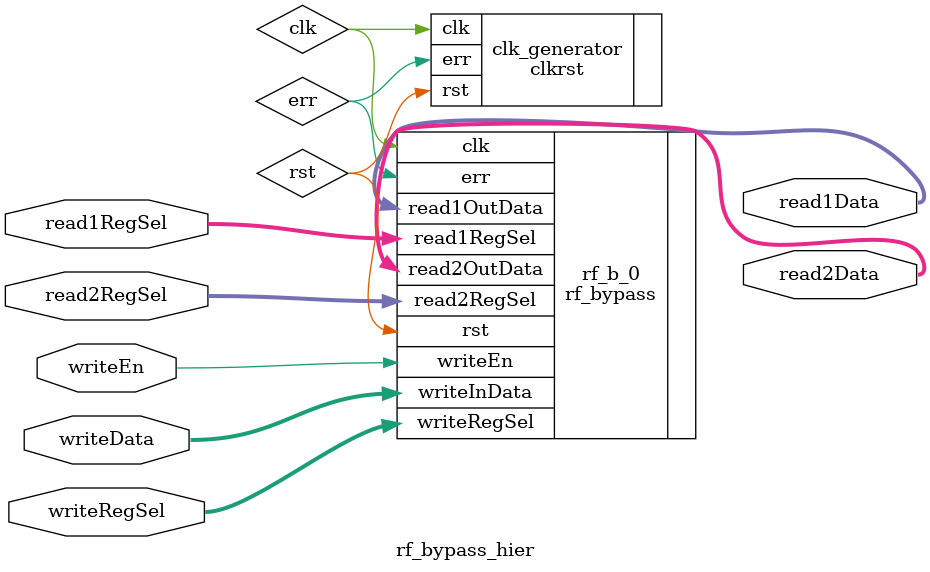
<source format=v>
/*
   CS/ECE 552, Spring '23
   Homework #3, Problem #2
 
   Wrapper module around 8x16b register file with bypassing.

   YOU SHALL NOT EDIT THIS FILE. ANY CHANGES TO THIS FILE WILL
   RESULT IN ZERO FOR THIS PROBLEM.
 */
`default_nettype none
module rf_bypass_hier (
                       // Outputs
                       read1Data, read2Data, 
                       // Inputs
                       read1RegSel, read2RegSel, writeRegSel, writeData, writeEn
                       );

   input wire [2:0]   read1RegSel;
   input wire [2:0]   read2RegSel;
   input wire [2:0]   writeRegSel;
   input wire [15:0]  writeData;
   input wire         writeEn;

   output wire [15:0] read1Data;
   output wire [15:0] read2Data;

   wire          clk, rst;
   wire          err;

   // Ignore err for now
   clkrst clk_generator(.clk(clk), .rst(rst), .err(err) );
   rf_bypass rf_b_0(
                    // Outputs
                    .read1OutData                 (read1Data[15:0]),
                    .read2OutData                 (read2Data[15:0]),
                    .err                          (err),
                    // Inputs
                    .clk                          (clk),
                    .rst                          (rst),
                    .read1RegSel                  (read1RegSel[2:0]),
                    .read2RegSel                  (read2RegSel[2:0]),
                    .writeRegSel                  (writeRegSel[2:0]),
                    .writeInData                  (writeData[15:0]),
                    .writeEn                      (writeEn));

endmodule
`default_nettype wire
</source>
